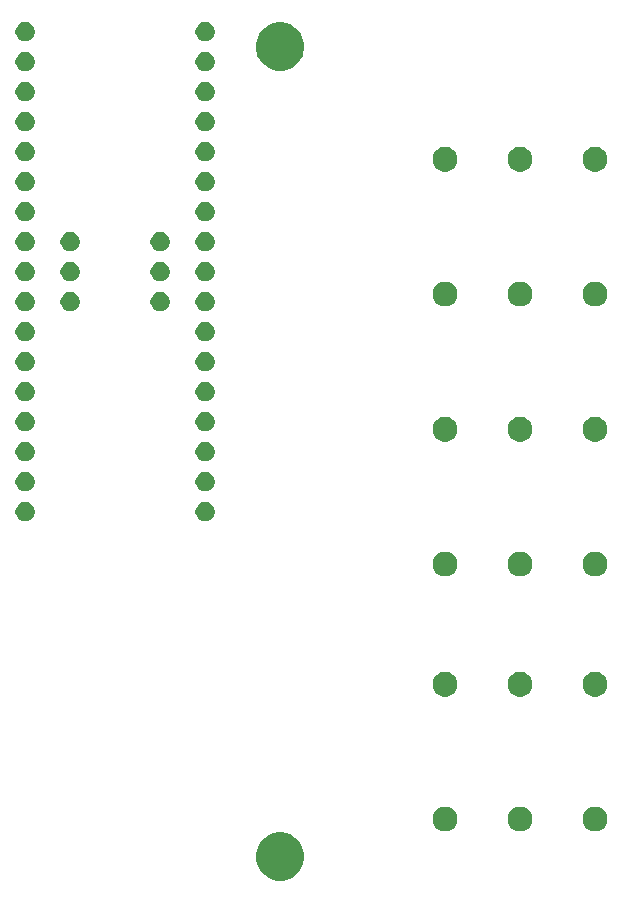
<source format=gbr>
G04 #@! TF.GenerationSoftware,KiCad,Pcbnew,5.1.5-52549c5~84~ubuntu18.04.1*
G04 #@! TF.CreationDate,2019-12-02T06:11:53-05:00*
G04 #@! TF.ProjectId,pedal-controller,70656461-6c2d-4636-9f6e-74726f6c6c65,rev?*
G04 #@! TF.SameCoordinates,Original*
G04 #@! TF.FileFunction,Soldermask,Top*
G04 #@! TF.FilePolarity,Negative*
%FSLAX46Y46*%
G04 Gerber Fmt 4.6, Leading zero omitted, Abs format (unit mm)*
G04 Created by KiCad (PCBNEW 5.1.5-52549c5~84~ubuntu18.04.1) date 2019-12-02 06:11:53*
%MOMM*%
%LPD*%
G04 APERTURE LIST*
%ADD10C,0.100000*%
G04 APERTURE END LIST*
D10*
G36*
X145378254Y-126297818D02*
G01*
X145751511Y-126452426D01*
X145751513Y-126452427D01*
X146087436Y-126676884D01*
X146373116Y-126962564D01*
X146597574Y-127298489D01*
X146752182Y-127671746D01*
X146831000Y-128067993D01*
X146831000Y-128472007D01*
X146752182Y-128868254D01*
X146597574Y-129241511D01*
X146597573Y-129241513D01*
X146373116Y-129577436D01*
X146087436Y-129863116D01*
X145751513Y-130087573D01*
X145751512Y-130087574D01*
X145751511Y-130087574D01*
X145378254Y-130242182D01*
X144982007Y-130321000D01*
X144577993Y-130321000D01*
X144181746Y-130242182D01*
X143808489Y-130087574D01*
X143808488Y-130087574D01*
X143808487Y-130087573D01*
X143472564Y-129863116D01*
X143186884Y-129577436D01*
X142962427Y-129241513D01*
X142962426Y-129241511D01*
X142807818Y-128868254D01*
X142729000Y-128472007D01*
X142729000Y-128067993D01*
X142807818Y-127671746D01*
X142962426Y-127298489D01*
X143186884Y-126962564D01*
X143472564Y-126676884D01*
X143808487Y-126452427D01*
X143808489Y-126452426D01*
X144181746Y-126297818D01*
X144577993Y-126219000D01*
X144982007Y-126219000D01*
X145378254Y-126297818D01*
G37*
G36*
X171756564Y-124069389D02*
G01*
X171947833Y-124148615D01*
X171947835Y-124148616D01*
X172119973Y-124263635D01*
X172266365Y-124410027D01*
X172381385Y-124582167D01*
X172460611Y-124773436D01*
X172501000Y-124976484D01*
X172501000Y-125183516D01*
X172460611Y-125386564D01*
X172381385Y-125577833D01*
X172381384Y-125577835D01*
X172266365Y-125749973D01*
X172119973Y-125896365D01*
X171947835Y-126011384D01*
X171947834Y-126011385D01*
X171947833Y-126011385D01*
X171756564Y-126090611D01*
X171553516Y-126131000D01*
X171346484Y-126131000D01*
X171143436Y-126090611D01*
X170952167Y-126011385D01*
X170952166Y-126011385D01*
X170952165Y-126011384D01*
X170780027Y-125896365D01*
X170633635Y-125749973D01*
X170518616Y-125577835D01*
X170518615Y-125577833D01*
X170439389Y-125386564D01*
X170399000Y-125183516D01*
X170399000Y-124976484D01*
X170439389Y-124773436D01*
X170518615Y-124582167D01*
X170633635Y-124410027D01*
X170780027Y-124263635D01*
X170952165Y-124148616D01*
X170952167Y-124148615D01*
X171143436Y-124069389D01*
X171346484Y-124029000D01*
X171553516Y-124029000D01*
X171756564Y-124069389D01*
G37*
G36*
X165406564Y-124069389D02*
G01*
X165597833Y-124148615D01*
X165597835Y-124148616D01*
X165769973Y-124263635D01*
X165916365Y-124410027D01*
X166031385Y-124582167D01*
X166110611Y-124773436D01*
X166151000Y-124976484D01*
X166151000Y-125183516D01*
X166110611Y-125386564D01*
X166031385Y-125577833D01*
X166031384Y-125577835D01*
X165916365Y-125749973D01*
X165769973Y-125896365D01*
X165597835Y-126011384D01*
X165597834Y-126011385D01*
X165597833Y-126011385D01*
X165406564Y-126090611D01*
X165203516Y-126131000D01*
X164996484Y-126131000D01*
X164793436Y-126090611D01*
X164602167Y-126011385D01*
X164602166Y-126011385D01*
X164602165Y-126011384D01*
X164430027Y-125896365D01*
X164283635Y-125749973D01*
X164168616Y-125577835D01*
X164168615Y-125577833D01*
X164089389Y-125386564D01*
X164049000Y-125183516D01*
X164049000Y-124976484D01*
X164089389Y-124773436D01*
X164168615Y-124582167D01*
X164283635Y-124410027D01*
X164430027Y-124263635D01*
X164602165Y-124148616D01*
X164602167Y-124148615D01*
X164793436Y-124069389D01*
X164996484Y-124029000D01*
X165203516Y-124029000D01*
X165406564Y-124069389D01*
G37*
G36*
X159056564Y-124069389D02*
G01*
X159247833Y-124148615D01*
X159247835Y-124148616D01*
X159419973Y-124263635D01*
X159566365Y-124410027D01*
X159681385Y-124582167D01*
X159760611Y-124773436D01*
X159801000Y-124976484D01*
X159801000Y-125183516D01*
X159760611Y-125386564D01*
X159681385Y-125577833D01*
X159681384Y-125577835D01*
X159566365Y-125749973D01*
X159419973Y-125896365D01*
X159247835Y-126011384D01*
X159247834Y-126011385D01*
X159247833Y-126011385D01*
X159056564Y-126090611D01*
X158853516Y-126131000D01*
X158646484Y-126131000D01*
X158443436Y-126090611D01*
X158252167Y-126011385D01*
X158252166Y-126011385D01*
X158252165Y-126011384D01*
X158080027Y-125896365D01*
X157933635Y-125749973D01*
X157818616Y-125577835D01*
X157818615Y-125577833D01*
X157739389Y-125386564D01*
X157699000Y-125183516D01*
X157699000Y-124976484D01*
X157739389Y-124773436D01*
X157818615Y-124582167D01*
X157933635Y-124410027D01*
X158080027Y-124263635D01*
X158252165Y-124148616D01*
X158252167Y-124148615D01*
X158443436Y-124069389D01*
X158646484Y-124029000D01*
X158853516Y-124029000D01*
X159056564Y-124069389D01*
G37*
G36*
X165406564Y-112669389D02*
G01*
X165597833Y-112748615D01*
X165597835Y-112748616D01*
X165769973Y-112863635D01*
X165916365Y-113010027D01*
X166031385Y-113182167D01*
X166110611Y-113373436D01*
X166151000Y-113576484D01*
X166151000Y-113783516D01*
X166110611Y-113986564D01*
X166031385Y-114177833D01*
X166031384Y-114177835D01*
X165916365Y-114349973D01*
X165769973Y-114496365D01*
X165597835Y-114611384D01*
X165597834Y-114611385D01*
X165597833Y-114611385D01*
X165406564Y-114690611D01*
X165203516Y-114731000D01*
X164996484Y-114731000D01*
X164793436Y-114690611D01*
X164602167Y-114611385D01*
X164602166Y-114611385D01*
X164602165Y-114611384D01*
X164430027Y-114496365D01*
X164283635Y-114349973D01*
X164168616Y-114177835D01*
X164168615Y-114177833D01*
X164089389Y-113986564D01*
X164049000Y-113783516D01*
X164049000Y-113576484D01*
X164089389Y-113373436D01*
X164168615Y-113182167D01*
X164283635Y-113010027D01*
X164430027Y-112863635D01*
X164602165Y-112748616D01*
X164602167Y-112748615D01*
X164793436Y-112669389D01*
X164996484Y-112629000D01*
X165203516Y-112629000D01*
X165406564Y-112669389D01*
G37*
G36*
X171756564Y-112669389D02*
G01*
X171947833Y-112748615D01*
X171947835Y-112748616D01*
X172119973Y-112863635D01*
X172266365Y-113010027D01*
X172381385Y-113182167D01*
X172460611Y-113373436D01*
X172501000Y-113576484D01*
X172501000Y-113783516D01*
X172460611Y-113986564D01*
X172381385Y-114177833D01*
X172381384Y-114177835D01*
X172266365Y-114349973D01*
X172119973Y-114496365D01*
X171947835Y-114611384D01*
X171947834Y-114611385D01*
X171947833Y-114611385D01*
X171756564Y-114690611D01*
X171553516Y-114731000D01*
X171346484Y-114731000D01*
X171143436Y-114690611D01*
X170952167Y-114611385D01*
X170952166Y-114611385D01*
X170952165Y-114611384D01*
X170780027Y-114496365D01*
X170633635Y-114349973D01*
X170518616Y-114177835D01*
X170518615Y-114177833D01*
X170439389Y-113986564D01*
X170399000Y-113783516D01*
X170399000Y-113576484D01*
X170439389Y-113373436D01*
X170518615Y-113182167D01*
X170633635Y-113010027D01*
X170780027Y-112863635D01*
X170952165Y-112748616D01*
X170952167Y-112748615D01*
X171143436Y-112669389D01*
X171346484Y-112629000D01*
X171553516Y-112629000D01*
X171756564Y-112669389D01*
G37*
G36*
X159056564Y-112669389D02*
G01*
X159247833Y-112748615D01*
X159247835Y-112748616D01*
X159419973Y-112863635D01*
X159566365Y-113010027D01*
X159681385Y-113182167D01*
X159760611Y-113373436D01*
X159801000Y-113576484D01*
X159801000Y-113783516D01*
X159760611Y-113986564D01*
X159681385Y-114177833D01*
X159681384Y-114177835D01*
X159566365Y-114349973D01*
X159419973Y-114496365D01*
X159247835Y-114611384D01*
X159247834Y-114611385D01*
X159247833Y-114611385D01*
X159056564Y-114690611D01*
X158853516Y-114731000D01*
X158646484Y-114731000D01*
X158443436Y-114690611D01*
X158252167Y-114611385D01*
X158252166Y-114611385D01*
X158252165Y-114611384D01*
X158080027Y-114496365D01*
X157933635Y-114349973D01*
X157818616Y-114177835D01*
X157818615Y-114177833D01*
X157739389Y-113986564D01*
X157699000Y-113783516D01*
X157699000Y-113576484D01*
X157739389Y-113373436D01*
X157818615Y-113182167D01*
X157933635Y-113010027D01*
X158080027Y-112863635D01*
X158252165Y-112748616D01*
X158252167Y-112748615D01*
X158443436Y-112669389D01*
X158646484Y-112629000D01*
X158853516Y-112629000D01*
X159056564Y-112669389D01*
G37*
G36*
X159056564Y-102479389D02*
G01*
X159247833Y-102558615D01*
X159247835Y-102558616D01*
X159419973Y-102673635D01*
X159566365Y-102820027D01*
X159681385Y-102992167D01*
X159760611Y-103183436D01*
X159801000Y-103386484D01*
X159801000Y-103593516D01*
X159760611Y-103796564D01*
X159681385Y-103987833D01*
X159681384Y-103987835D01*
X159566365Y-104159973D01*
X159419973Y-104306365D01*
X159247835Y-104421384D01*
X159247834Y-104421385D01*
X159247833Y-104421385D01*
X159056564Y-104500611D01*
X158853516Y-104541000D01*
X158646484Y-104541000D01*
X158443436Y-104500611D01*
X158252167Y-104421385D01*
X158252166Y-104421385D01*
X158252165Y-104421384D01*
X158080027Y-104306365D01*
X157933635Y-104159973D01*
X157818616Y-103987835D01*
X157818615Y-103987833D01*
X157739389Y-103796564D01*
X157699000Y-103593516D01*
X157699000Y-103386484D01*
X157739389Y-103183436D01*
X157818615Y-102992167D01*
X157933635Y-102820027D01*
X158080027Y-102673635D01*
X158252165Y-102558616D01*
X158252167Y-102558615D01*
X158443436Y-102479389D01*
X158646484Y-102439000D01*
X158853516Y-102439000D01*
X159056564Y-102479389D01*
G37*
G36*
X165406564Y-102479389D02*
G01*
X165597833Y-102558615D01*
X165597835Y-102558616D01*
X165769973Y-102673635D01*
X165916365Y-102820027D01*
X166031385Y-102992167D01*
X166110611Y-103183436D01*
X166151000Y-103386484D01*
X166151000Y-103593516D01*
X166110611Y-103796564D01*
X166031385Y-103987833D01*
X166031384Y-103987835D01*
X165916365Y-104159973D01*
X165769973Y-104306365D01*
X165597835Y-104421384D01*
X165597834Y-104421385D01*
X165597833Y-104421385D01*
X165406564Y-104500611D01*
X165203516Y-104541000D01*
X164996484Y-104541000D01*
X164793436Y-104500611D01*
X164602167Y-104421385D01*
X164602166Y-104421385D01*
X164602165Y-104421384D01*
X164430027Y-104306365D01*
X164283635Y-104159973D01*
X164168616Y-103987835D01*
X164168615Y-103987833D01*
X164089389Y-103796564D01*
X164049000Y-103593516D01*
X164049000Y-103386484D01*
X164089389Y-103183436D01*
X164168615Y-102992167D01*
X164283635Y-102820027D01*
X164430027Y-102673635D01*
X164602165Y-102558616D01*
X164602167Y-102558615D01*
X164793436Y-102479389D01*
X164996484Y-102439000D01*
X165203516Y-102439000D01*
X165406564Y-102479389D01*
G37*
G36*
X171756564Y-102479389D02*
G01*
X171947833Y-102558615D01*
X171947835Y-102558616D01*
X172119973Y-102673635D01*
X172266365Y-102820027D01*
X172381385Y-102992167D01*
X172460611Y-103183436D01*
X172501000Y-103386484D01*
X172501000Y-103593516D01*
X172460611Y-103796564D01*
X172381385Y-103987833D01*
X172381384Y-103987835D01*
X172266365Y-104159973D01*
X172119973Y-104306365D01*
X171947835Y-104421384D01*
X171947834Y-104421385D01*
X171947833Y-104421385D01*
X171756564Y-104500611D01*
X171553516Y-104541000D01*
X171346484Y-104541000D01*
X171143436Y-104500611D01*
X170952167Y-104421385D01*
X170952166Y-104421385D01*
X170952165Y-104421384D01*
X170780027Y-104306365D01*
X170633635Y-104159973D01*
X170518616Y-103987835D01*
X170518615Y-103987833D01*
X170439389Y-103796564D01*
X170399000Y-103593516D01*
X170399000Y-103386484D01*
X170439389Y-103183436D01*
X170518615Y-102992167D01*
X170633635Y-102820027D01*
X170780027Y-102673635D01*
X170952165Y-102558616D01*
X170952167Y-102558615D01*
X171143436Y-102479389D01*
X171346484Y-102439000D01*
X171553516Y-102439000D01*
X171756564Y-102479389D01*
G37*
G36*
X123427142Y-98278242D02*
G01*
X123575101Y-98339529D01*
X123708255Y-98428499D01*
X123821501Y-98541745D01*
X123910471Y-98674899D01*
X123971758Y-98822858D01*
X124003000Y-98979925D01*
X124003000Y-99140075D01*
X123971758Y-99297142D01*
X123910471Y-99445101D01*
X123821501Y-99578255D01*
X123708255Y-99691501D01*
X123575101Y-99780471D01*
X123427142Y-99841758D01*
X123270075Y-99873000D01*
X123109925Y-99873000D01*
X122952858Y-99841758D01*
X122804899Y-99780471D01*
X122671745Y-99691501D01*
X122558499Y-99578255D01*
X122469529Y-99445101D01*
X122408242Y-99297142D01*
X122377000Y-99140075D01*
X122377000Y-98979925D01*
X122408242Y-98822858D01*
X122469529Y-98674899D01*
X122558499Y-98541745D01*
X122671745Y-98428499D01*
X122804899Y-98339529D01*
X122952858Y-98278242D01*
X123109925Y-98247000D01*
X123270075Y-98247000D01*
X123427142Y-98278242D01*
G37*
G36*
X138667142Y-98278242D02*
G01*
X138815101Y-98339529D01*
X138948255Y-98428499D01*
X139061501Y-98541745D01*
X139150471Y-98674899D01*
X139211758Y-98822858D01*
X139243000Y-98979925D01*
X139243000Y-99140075D01*
X139211758Y-99297142D01*
X139150471Y-99445101D01*
X139061501Y-99578255D01*
X138948255Y-99691501D01*
X138815101Y-99780471D01*
X138667142Y-99841758D01*
X138510075Y-99873000D01*
X138349925Y-99873000D01*
X138192858Y-99841758D01*
X138044899Y-99780471D01*
X137911745Y-99691501D01*
X137798499Y-99578255D01*
X137709529Y-99445101D01*
X137648242Y-99297142D01*
X137617000Y-99140075D01*
X137617000Y-98979925D01*
X137648242Y-98822858D01*
X137709529Y-98674899D01*
X137798499Y-98541745D01*
X137911745Y-98428499D01*
X138044899Y-98339529D01*
X138192858Y-98278242D01*
X138349925Y-98247000D01*
X138510075Y-98247000D01*
X138667142Y-98278242D01*
G37*
G36*
X138667142Y-95738242D02*
G01*
X138815101Y-95799529D01*
X138948255Y-95888499D01*
X139061501Y-96001745D01*
X139150471Y-96134899D01*
X139211758Y-96282858D01*
X139243000Y-96439925D01*
X139243000Y-96600075D01*
X139211758Y-96757142D01*
X139150471Y-96905101D01*
X139061501Y-97038255D01*
X138948255Y-97151501D01*
X138815101Y-97240471D01*
X138667142Y-97301758D01*
X138510075Y-97333000D01*
X138349925Y-97333000D01*
X138192858Y-97301758D01*
X138044899Y-97240471D01*
X137911745Y-97151501D01*
X137798499Y-97038255D01*
X137709529Y-96905101D01*
X137648242Y-96757142D01*
X137617000Y-96600075D01*
X137617000Y-96439925D01*
X137648242Y-96282858D01*
X137709529Y-96134899D01*
X137798499Y-96001745D01*
X137911745Y-95888499D01*
X138044899Y-95799529D01*
X138192858Y-95738242D01*
X138349925Y-95707000D01*
X138510075Y-95707000D01*
X138667142Y-95738242D01*
G37*
G36*
X123427142Y-95738242D02*
G01*
X123575101Y-95799529D01*
X123708255Y-95888499D01*
X123821501Y-96001745D01*
X123910471Y-96134899D01*
X123971758Y-96282858D01*
X124003000Y-96439925D01*
X124003000Y-96600075D01*
X123971758Y-96757142D01*
X123910471Y-96905101D01*
X123821501Y-97038255D01*
X123708255Y-97151501D01*
X123575101Y-97240471D01*
X123427142Y-97301758D01*
X123270075Y-97333000D01*
X123109925Y-97333000D01*
X122952858Y-97301758D01*
X122804899Y-97240471D01*
X122671745Y-97151501D01*
X122558499Y-97038255D01*
X122469529Y-96905101D01*
X122408242Y-96757142D01*
X122377000Y-96600075D01*
X122377000Y-96439925D01*
X122408242Y-96282858D01*
X122469529Y-96134899D01*
X122558499Y-96001745D01*
X122671745Y-95888499D01*
X122804899Y-95799529D01*
X122952858Y-95738242D01*
X123109925Y-95707000D01*
X123270075Y-95707000D01*
X123427142Y-95738242D01*
G37*
G36*
X138667142Y-93198242D02*
G01*
X138815101Y-93259529D01*
X138948255Y-93348499D01*
X139061501Y-93461745D01*
X139150471Y-93594899D01*
X139211758Y-93742858D01*
X139243000Y-93899925D01*
X139243000Y-94060075D01*
X139211758Y-94217142D01*
X139150471Y-94365101D01*
X139061501Y-94498255D01*
X138948255Y-94611501D01*
X138815101Y-94700471D01*
X138667142Y-94761758D01*
X138510075Y-94793000D01*
X138349925Y-94793000D01*
X138192858Y-94761758D01*
X138044899Y-94700471D01*
X137911745Y-94611501D01*
X137798499Y-94498255D01*
X137709529Y-94365101D01*
X137648242Y-94217142D01*
X137617000Y-94060075D01*
X137617000Y-93899925D01*
X137648242Y-93742858D01*
X137709529Y-93594899D01*
X137798499Y-93461745D01*
X137911745Y-93348499D01*
X138044899Y-93259529D01*
X138192858Y-93198242D01*
X138349925Y-93167000D01*
X138510075Y-93167000D01*
X138667142Y-93198242D01*
G37*
G36*
X123427142Y-93198242D02*
G01*
X123575101Y-93259529D01*
X123708255Y-93348499D01*
X123821501Y-93461745D01*
X123910471Y-93594899D01*
X123971758Y-93742858D01*
X124003000Y-93899925D01*
X124003000Y-94060075D01*
X123971758Y-94217142D01*
X123910471Y-94365101D01*
X123821501Y-94498255D01*
X123708255Y-94611501D01*
X123575101Y-94700471D01*
X123427142Y-94761758D01*
X123270075Y-94793000D01*
X123109925Y-94793000D01*
X122952858Y-94761758D01*
X122804899Y-94700471D01*
X122671745Y-94611501D01*
X122558499Y-94498255D01*
X122469529Y-94365101D01*
X122408242Y-94217142D01*
X122377000Y-94060075D01*
X122377000Y-93899925D01*
X122408242Y-93742858D01*
X122469529Y-93594899D01*
X122558499Y-93461745D01*
X122671745Y-93348499D01*
X122804899Y-93259529D01*
X122952858Y-93198242D01*
X123109925Y-93167000D01*
X123270075Y-93167000D01*
X123427142Y-93198242D01*
G37*
G36*
X165406564Y-91079389D02*
G01*
X165597833Y-91158615D01*
X165597835Y-91158616D01*
X165769973Y-91273635D01*
X165916365Y-91420027D01*
X166031385Y-91592167D01*
X166110611Y-91783436D01*
X166151000Y-91986484D01*
X166151000Y-92193516D01*
X166110611Y-92396564D01*
X166031385Y-92587833D01*
X166031384Y-92587835D01*
X165916365Y-92759973D01*
X165769973Y-92906365D01*
X165597835Y-93021384D01*
X165597834Y-93021385D01*
X165597833Y-93021385D01*
X165406564Y-93100611D01*
X165203516Y-93141000D01*
X164996484Y-93141000D01*
X164793436Y-93100611D01*
X164602167Y-93021385D01*
X164602166Y-93021385D01*
X164602165Y-93021384D01*
X164430027Y-92906365D01*
X164283635Y-92759973D01*
X164168616Y-92587835D01*
X164168615Y-92587833D01*
X164089389Y-92396564D01*
X164049000Y-92193516D01*
X164049000Y-91986484D01*
X164089389Y-91783436D01*
X164168615Y-91592167D01*
X164283635Y-91420027D01*
X164430027Y-91273635D01*
X164602165Y-91158616D01*
X164602167Y-91158615D01*
X164793436Y-91079389D01*
X164996484Y-91039000D01*
X165203516Y-91039000D01*
X165406564Y-91079389D01*
G37*
G36*
X171756564Y-91079389D02*
G01*
X171947833Y-91158615D01*
X171947835Y-91158616D01*
X172119973Y-91273635D01*
X172266365Y-91420027D01*
X172381385Y-91592167D01*
X172460611Y-91783436D01*
X172501000Y-91986484D01*
X172501000Y-92193516D01*
X172460611Y-92396564D01*
X172381385Y-92587833D01*
X172381384Y-92587835D01*
X172266365Y-92759973D01*
X172119973Y-92906365D01*
X171947835Y-93021384D01*
X171947834Y-93021385D01*
X171947833Y-93021385D01*
X171756564Y-93100611D01*
X171553516Y-93141000D01*
X171346484Y-93141000D01*
X171143436Y-93100611D01*
X170952167Y-93021385D01*
X170952166Y-93021385D01*
X170952165Y-93021384D01*
X170780027Y-92906365D01*
X170633635Y-92759973D01*
X170518616Y-92587835D01*
X170518615Y-92587833D01*
X170439389Y-92396564D01*
X170399000Y-92193516D01*
X170399000Y-91986484D01*
X170439389Y-91783436D01*
X170518615Y-91592167D01*
X170633635Y-91420027D01*
X170780027Y-91273635D01*
X170952165Y-91158616D01*
X170952167Y-91158615D01*
X171143436Y-91079389D01*
X171346484Y-91039000D01*
X171553516Y-91039000D01*
X171756564Y-91079389D01*
G37*
G36*
X159056564Y-91079389D02*
G01*
X159247833Y-91158615D01*
X159247835Y-91158616D01*
X159419973Y-91273635D01*
X159566365Y-91420027D01*
X159681385Y-91592167D01*
X159760611Y-91783436D01*
X159801000Y-91986484D01*
X159801000Y-92193516D01*
X159760611Y-92396564D01*
X159681385Y-92587833D01*
X159681384Y-92587835D01*
X159566365Y-92759973D01*
X159419973Y-92906365D01*
X159247835Y-93021384D01*
X159247834Y-93021385D01*
X159247833Y-93021385D01*
X159056564Y-93100611D01*
X158853516Y-93141000D01*
X158646484Y-93141000D01*
X158443436Y-93100611D01*
X158252167Y-93021385D01*
X158252166Y-93021385D01*
X158252165Y-93021384D01*
X158080027Y-92906365D01*
X157933635Y-92759973D01*
X157818616Y-92587835D01*
X157818615Y-92587833D01*
X157739389Y-92396564D01*
X157699000Y-92193516D01*
X157699000Y-91986484D01*
X157739389Y-91783436D01*
X157818615Y-91592167D01*
X157933635Y-91420027D01*
X158080027Y-91273635D01*
X158252165Y-91158616D01*
X158252167Y-91158615D01*
X158443436Y-91079389D01*
X158646484Y-91039000D01*
X158853516Y-91039000D01*
X159056564Y-91079389D01*
G37*
G36*
X123427142Y-90658242D02*
G01*
X123575101Y-90719529D01*
X123708255Y-90808499D01*
X123821501Y-90921745D01*
X123910471Y-91054899D01*
X123971758Y-91202858D01*
X124003000Y-91359925D01*
X124003000Y-91520075D01*
X123971758Y-91677142D01*
X123910471Y-91825101D01*
X123821501Y-91958255D01*
X123708255Y-92071501D01*
X123575101Y-92160471D01*
X123427142Y-92221758D01*
X123270075Y-92253000D01*
X123109925Y-92253000D01*
X122952858Y-92221758D01*
X122804899Y-92160471D01*
X122671745Y-92071501D01*
X122558499Y-91958255D01*
X122469529Y-91825101D01*
X122408242Y-91677142D01*
X122377000Y-91520075D01*
X122377000Y-91359925D01*
X122408242Y-91202858D01*
X122469529Y-91054899D01*
X122558499Y-90921745D01*
X122671745Y-90808499D01*
X122804899Y-90719529D01*
X122952858Y-90658242D01*
X123109925Y-90627000D01*
X123270075Y-90627000D01*
X123427142Y-90658242D01*
G37*
G36*
X138667142Y-90658242D02*
G01*
X138815101Y-90719529D01*
X138948255Y-90808499D01*
X139061501Y-90921745D01*
X139150471Y-91054899D01*
X139211758Y-91202858D01*
X139243000Y-91359925D01*
X139243000Y-91520075D01*
X139211758Y-91677142D01*
X139150471Y-91825101D01*
X139061501Y-91958255D01*
X138948255Y-92071501D01*
X138815101Y-92160471D01*
X138667142Y-92221758D01*
X138510075Y-92253000D01*
X138349925Y-92253000D01*
X138192858Y-92221758D01*
X138044899Y-92160471D01*
X137911745Y-92071501D01*
X137798499Y-91958255D01*
X137709529Y-91825101D01*
X137648242Y-91677142D01*
X137617000Y-91520075D01*
X137617000Y-91359925D01*
X137648242Y-91202858D01*
X137709529Y-91054899D01*
X137798499Y-90921745D01*
X137911745Y-90808499D01*
X138044899Y-90719529D01*
X138192858Y-90658242D01*
X138349925Y-90627000D01*
X138510075Y-90627000D01*
X138667142Y-90658242D01*
G37*
G36*
X123427142Y-88118242D02*
G01*
X123575101Y-88179529D01*
X123708255Y-88268499D01*
X123821501Y-88381745D01*
X123910471Y-88514899D01*
X123971758Y-88662858D01*
X124003000Y-88819925D01*
X124003000Y-88980075D01*
X123971758Y-89137142D01*
X123910471Y-89285101D01*
X123821501Y-89418255D01*
X123708255Y-89531501D01*
X123575101Y-89620471D01*
X123427142Y-89681758D01*
X123270075Y-89713000D01*
X123109925Y-89713000D01*
X122952858Y-89681758D01*
X122804899Y-89620471D01*
X122671745Y-89531501D01*
X122558499Y-89418255D01*
X122469529Y-89285101D01*
X122408242Y-89137142D01*
X122377000Y-88980075D01*
X122377000Y-88819925D01*
X122408242Y-88662858D01*
X122469529Y-88514899D01*
X122558499Y-88381745D01*
X122671745Y-88268499D01*
X122804899Y-88179529D01*
X122952858Y-88118242D01*
X123109925Y-88087000D01*
X123270075Y-88087000D01*
X123427142Y-88118242D01*
G37*
G36*
X138667142Y-88118242D02*
G01*
X138815101Y-88179529D01*
X138948255Y-88268499D01*
X139061501Y-88381745D01*
X139150471Y-88514899D01*
X139211758Y-88662858D01*
X139243000Y-88819925D01*
X139243000Y-88980075D01*
X139211758Y-89137142D01*
X139150471Y-89285101D01*
X139061501Y-89418255D01*
X138948255Y-89531501D01*
X138815101Y-89620471D01*
X138667142Y-89681758D01*
X138510075Y-89713000D01*
X138349925Y-89713000D01*
X138192858Y-89681758D01*
X138044899Y-89620471D01*
X137911745Y-89531501D01*
X137798499Y-89418255D01*
X137709529Y-89285101D01*
X137648242Y-89137142D01*
X137617000Y-88980075D01*
X137617000Y-88819925D01*
X137648242Y-88662858D01*
X137709529Y-88514899D01*
X137798499Y-88381745D01*
X137911745Y-88268499D01*
X138044899Y-88179529D01*
X138192858Y-88118242D01*
X138349925Y-88087000D01*
X138510075Y-88087000D01*
X138667142Y-88118242D01*
G37*
G36*
X123427142Y-85578242D02*
G01*
X123575101Y-85639529D01*
X123708255Y-85728499D01*
X123821501Y-85841745D01*
X123910471Y-85974899D01*
X123971758Y-86122858D01*
X124003000Y-86279925D01*
X124003000Y-86440075D01*
X123971758Y-86597142D01*
X123910471Y-86745101D01*
X123821501Y-86878255D01*
X123708255Y-86991501D01*
X123575101Y-87080471D01*
X123427142Y-87141758D01*
X123270075Y-87173000D01*
X123109925Y-87173000D01*
X122952858Y-87141758D01*
X122804899Y-87080471D01*
X122671745Y-86991501D01*
X122558499Y-86878255D01*
X122469529Y-86745101D01*
X122408242Y-86597142D01*
X122377000Y-86440075D01*
X122377000Y-86279925D01*
X122408242Y-86122858D01*
X122469529Y-85974899D01*
X122558499Y-85841745D01*
X122671745Y-85728499D01*
X122804899Y-85639529D01*
X122952858Y-85578242D01*
X123109925Y-85547000D01*
X123270075Y-85547000D01*
X123427142Y-85578242D01*
G37*
G36*
X138667142Y-85578242D02*
G01*
X138815101Y-85639529D01*
X138948255Y-85728499D01*
X139061501Y-85841745D01*
X139150471Y-85974899D01*
X139211758Y-86122858D01*
X139243000Y-86279925D01*
X139243000Y-86440075D01*
X139211758Y-86597142D01*
X139150471Y-86745101D01*
X139061501Y-86878255D01*
X138948255Y-86991501D01*
X138815101Y-87080471D01*
X138667142Y-87141758D01*
X138510075Y-87173000D01*
X138349925Y-87173000D01*
X138192858Y-87141758D01*
X138044899Y-87080471D01*
X137911745Y-86991501D01*
X137798499Y-86878255D01*
X137709529Y-86745101D01*
X137648242Y-86597142D01*
X137617000Y-86440075D01*
X137617000Y-86279925D01*
X137648242Y-86122858D01*
X137709529Y-85974899D01*
X137798499Y-85841745D01*
X137911745Y-85728499D01*
X138044899Y-85639529D01*
X138192858Y-85578242D01*
X138349925Y-85547000D01*
X138510075Y-85547000D01*
X138667142Y-85578242D01*
G37*
G36*
X138667142Y-83038242D02*
G01*
X138815101Y-83099529D01*
X138948255Y-83188499D01*
X139061501Y-83301745D01*
X139150471Y-83434899D01*
X139211758Y-83582858D01*
X139243000Y-83739925D01*
X139243000Y-83900075D01*
X139211758Y-84057142D01*
X139150471Y-84205101D01*
X139061501Y-84338255D01*
X138948255Y-84451501D01*
X138815101Y-84540471D01*
X138667142Y-84601758D01*
X138510075Y-84633000D01*
X138349925Y-84633000D01*
X138192858Y-84601758D01*
X138044899Y-84540471D01*
X137911745Y-84451501D01*
X137798499Y-84338255D01*
X137709529Y-84205101D01*
X137648242Y-84057142D01*
X137617000Y-83900075D01*
X137617000Y-83739925D01*
X137648242Y-83582858D01*
X137709529Y-83434899D01*
X137798499Y-83301745D01*
X137911745Y-83188499D01*
X138044899Y-83099529D01*
X138192858Y-83038242D01*
X138349925Y-83007000D01*
X138510075Y-83007000D01*
X138667142Y-83038242D01*
G37*
G36*
X123427142Y-83038242D02*
G01*
X123575101Y-83099529D01*
X123708255Y-83188499D01*
X123821501Y-83301745D01*
X123910471Y-83434899D01*
X123971758Y-83582858D01*
X124003000Y-83739925D01*
X124003000Y-83900075D01*
X123971758Y-84057142D01*
X123910471Y-84205101D01*
X123821501Y-84338255D01*
X123708255Y-84451501D01*
X123575101Y-84540471D01*
X123427142Y-84601758D01*
X123270075Y-84633000D01*
X123109925Y-84633000D01*
X122952858Y-84601758D01*
X122804899Y-84540471D01*
X122671745Y-84451501D01*
X122558499Y-84338255D01*
X122469529Y-84205101D01*
X122408242Y-84057142D01*
X122377000Y-83900075D01*
X122377000Y-83739925D01*
X122408242Y-83582858D01*
X122469529Y-83434899D01*
X122558499Y-83301745D01*
X122671745Y-83188499D01*
X122804899Y-83099529D01*
X122952858Y-83038242D01*
X123109925Y-83007000D01*
X123270075Y-83007000D01*
X123427142Y-83038242D01*
G37*
G36*
X134857142Y-80498242D02*
G01*
X135005101Y-80559529D01*
X135138255Y-80648499D01*
X135251501Y-80761745D01*
X135340471Y-80894899D01*
X135401758Y-81042858D01*
X135433000Y-81199925D01*
X135433000Y-81360075D01*
X135401758Y-81517142D01*
X135340471Y-81665101D01*
X135251501Y-81798255D01*
X135138255Y-81911501D01*
X135005101Y-82000471D01*
X134857142Y-82061758D01*
X134700075Y-82093000D01*
X134539925Y-82093000D01*
X134382858Y-82061758D01*
X134234899Y-82000471D01*
X134101745Y-81911501D01*
X133988499Y-81798255D01*
X133899529Y-81665101D01*
X133838242Y-81517142D01*
X133807000Y-81360075D01*
X133807000Y-81199925D01*
X133838242Y-81042858D01*
X133899529Y-80894899D01*
X133988499Y-80761745D01*
X134101745Y-80648499D01*
X134234899Y-80559529D01*
X134382858Y-80498242D01*
X134539925Y-80467000D01*
X134700075Y-80467000D01*
X134857142Y-80498242D01*
G37*
G36*
X127237142Y-80498242D02*
G01*
X127385101Y-80559529D01*
X127518255Y-80648499D01*
X127631501Y-80761745D01*
X127720471Y-80894899D01*
X127781758Y-81042858D01*
X127813000Y-81199925D01*
X127813000Y-81360075D01*
X127781758Y-81517142D01*
X127720471Y-81665101D01*
X127631501Y-81798255D01*
X127518255Y-81911501D01*
X127385101Y-82000471D01*
X127237142Y-82061758D01*
X127080075Y-82093000D01*
X126919925Y-82093000D01*
X126762858Y-82061758D01*
X126614899Y-82000471D01*
X126481745Y-81911501D01*
X126368499Y-81798255D01*
X126279529Y-81665101D01*
X126218242Y-81517142D01*
X126187000Y-81360075D01*
X126187000Y-81199925D01*
X126218242Y-81042858D01*
X126279529Y-80894899D01*
X126368499Y-80761745D01*
X126481745Y-80648499D01*
X126614899Y-80559529D01*
X126762858Y-80498242D01*
X126919925Y-80467000D01*
X127080075Y-80467000D01*
X127237142Y-80498242D01*
G37*
G36*
X138667142Y-80498242D02*
G01*
X138815101Y-80559529D01*
X138948255Y-80648499D01*
X139061501Y-80761745D01*
X139150471Y-80894899D01*
X139211758Y-81042858D01*
X139243000Y-81199925D01*
X139243000Y-81360075D01*
X139211758Y-81517142D01*
X139150471Y-81665101D01*
X139061501Y-81798255D01*
X138948255Y-81911501D01*
X138815101Y-82000471D01*
X138667142Y-82061758D01*
X138510075Y-82093000D01*
X138349925Y-82093000D01*
X138192858Y-82061758D01*
X138044899Y-82000471D01*
X137911745Y-81911501D01*
X137798499Y-81798255D01*
X137709529Y-81665101D01*
X137648242Y-81517142D01*
X137617000Y-81360075D01*
X137617000Y-81199925D01*
X137648242Y-81042858D01*
X137709529Y-80894899D01*
X137798499Y-80761745D01*
X137911745Y-80648499D01*
X138044899Y-80559529D01*
X138192858Y-80498242D01*
X138349925Y-80467000D01*
X138510075Y-80467000D01*
X138667142Y-80498242D01*
G37*
G36*
X123427142Y-80498242D02*
G01*
X123575101Y-80559529D01*
X123708255Y-80648499D01*
X123821501Y-80761745D01*
X123910471Y-80894899D01*
X123971758Y-81042858D01*
X124003000Y-81199925D01*
X124003000Y-81360075D01*
X123971758Y-81517142D01*
X123910471Y-81665101D01*
X123821501Y-81798255D01*
X123708255Y-81911501D01*
X123575101Y-82000471D01*
X123427142Y-82061758D01*
X123270075Y-82093000D01*
X123109925Y-82093000D01*
X122952858Y-82061758D01*
X122804899Y-82000471D01*
X122671745Y-81911501D01*
X122558499Y-81798255D01*
X122469529Y-81665101D01*
X122408242Y-81517142D01*
X122377000Y-81360075D01*
X122377000Y-81199925D01*
X122408242Y-81042858D01*
X122469529Y-80894899D01*
X122558499Y-80761745D01*
X122671745Y-80648499D01*
X122804899Y-80559529D01*
X122952858Y-80498242D01*
X123109925Y-80467000D01*
X123270075Y-80467000D01*
X123427142Y-80498242D01*
G37*
G36*
X159056564Y-79619389D02*
G01*
X159247833Y-79698615D01*
X159247835Y-79698616D01*
X159419973Y-79813635D01*
X159566365Y-79960027D01*
X159681385Y-80132167D01*
X159760611Y-80323436D01*
X159801000Y-80526484D01*
X159801000Y-80733516D01*
X159760611Y-80936564D01*
X159681385Y-81127833D01*
X159681384Y-81127835D01*
X159566365Y-81299973D01*
X159419973Y-81446365D01*
X159247835Y-81561384D01*
X159247834Y-81561385D01*
X159247833Y-81561385D01*
X159056564Y-81640611D01*
X158853516Y-81681000D01*
X158646484Y-81681000D01*
X158443436Y-81640611D01*
X158252167Y-81561385D01*
X158252166Y-81561385D01*
X158252165Y-81561384D01*
X158080027Y-81446365D01*
X157933635Y-81299973D01*
X157818616Y-81127835D01*
X157818615Y-81127833D01*
X157739389Y-80936564D01*
X157699000Y-80733516D01*
X157699000Y-80526484D01*
X157739389Y-80323436D01*
X157818615Y-80132167D01*
X157933635Y-79960027D01*
X158080027Y-79813635D01*
X158252165Y-79698616D01*
X158252167Y-79698615D01*
X158443436Y-79619389D01*
X158646484Y-79579000D01*
X158853516Y-79579000D01*
X159056564Y-79619389D01*
G37*
G36*
X165406564Y-79619389D02*
G01*
X165597833Y-79698615D01*
X165597835Y-79698616D01*
X165769973Y-79813635D01*
X165916365Y-79960027D01*
X166031385Y-80132167D01*
X166110611Y-80323436D01*
X166151000Y-80526484D01*
X166151000Y-80733516D01*
X166110611Y-80936564D01*
X166031385Y-81127833D01*
X166031384Y-81127835D01*
X165916365Y-81299973D01*
X165769973Y-81446365D01*
X165597835Y-81561384D01*
X165597834Y-81561385D01*
X165597833Y-81561385D01*
X165406564Y-81640611D01*
X165203516Y-81681000D01*
X164996484Y-81681000D01*
X164793436Y-81640611D01*
X164602167Y-81561385D01*
X164602166Y-81561385D01*
X164602165Y-81561384D01*
X164430027Y-81446365D01*
X164283635Y-81299973D01*
X164168616Y-81127835D01*
X164168615Y-81127833D01*
X164089389Y-80936564D01*
X164049000Y-80733516D01*
X164049000Y-80526484D01*
X164089389Y-80323436D01*
X164168615Y-80132167D01*
X164283635Y-79960027D01*
X164430027Y-79813635D01*
X164602165Y-79698616D01*
X164602167Y-79698615D01*
X164793436Y-79619389D01*
X164996484Y-79579000D01*
X165203516Y-79579000D01*
X165406564Y-79619389D01*
G37*
G36*
X171756564Y-79619389D02*
G01*
X171947833Y-79698615D01*
X171947835Y-79698616D01*
X172119973Y-79813635D01*
X172266365Y-79960027D01*
X172381385Y-80132167D01*
X172460611Y-80323436D01*
X172501000Y-80526484D01*
X172501000Y-80733516D01*
X172460611Y-80936564D01*
X172381385Y-81127833D01*
X172381384Y-81127835D01*
X172266365Y-81299973D01*
X172119973Y-81446365D01*
X171947835Y-81561384D01*
X171947834Y-81561385D01*
X171947833Y-81561385D01*
X171756564Y-81640611D01*
X171553516Y-81681000D01*
X171346484Y-81681000D01*
X171143436Y-81640611D01*
X170952167Y-81561385D01*
X170952166Y-81561385D01*
X170952165Y-81561384D01*
X170780027Y-81446365D01*
X170633635Y-81299973D01*
X170518616Y-81127835D01*
X170518615Y-81127833D01*
X170439389Y-80936564D01*
X170399000Y-80733516D01*
X170399000Y-80526484D01*
X170439389Y-80323436D01*
X170518615Y-80132167D01*
X170633635Y-79960027D01*
X170780027Y-79813635D01*
X170952165Y-79698616D01*
X170952167Y-79698615D01*
X171143436Y-79619389D01*
X171346484Y-79579000D01*
X171553516Y-79579000D01*
X171756564Y-79619389D01*
G37*
G36*
X134857142Y-77958242D02*
G01*
X135005101Y-78019529D01*
X135138255Y-78108499D01*
X135251501Y-78221745D01*
X135340471Y-78354899D01*
X135401758Y-78502858D01*
X135433000Y-78659925D01*
X135433000Y-78820075D01*
X135401758Y-78977142D01*
X135340471Y-79125101D01*
X135251501Y-79258255D01*
X135138255Y-79371501D01*
X135005101Y-79460471D01*
X134857142Y-79521758D01*
X134700075Y-79553000D01*
X134539925Y-79553000D01*
X134382858Y-79521758D01*
X134234899Y-79460471D01*
X134101745Y-79371501D01*
X133988499Y-79258255D01*
X133899529Y-79125101D01*
X133838242Y-78977142D01*
X133807000Y-78820075D01*
X133807000Y-78659925D01*
X133838242Y-78502858D01*
X133899529Y-78354899D01*
X133988499Y-78221745D01*
X134101745Y-78108499D01*
X134234899Y-78019529D01*
X134382858Y-77958242D01*
X134539925Y-77927000D01*
X134700075Y-77927000D01*
X134857142Y-77958242D01*
G37*
G36*
X138667142Y-77958242D02*
G01*
X138815101Y-78019529D01*
X138948255Y-78108499D01*
X139061501Y-78221745D01*
X139150471Y-78354899D01*
X139211758Y-78502858D01*
X139243000Y-78659925D01*
X139243000Y-78820075D01*
X139211758Y-78977142D01*
X139150471Y-79125101D01*
X139061501Y-79258255D01*
X138948255Y-79371501D01*
X138815101Y-79460471D01*
X138667142Y-79521758D01*
X138510075Y-79553000D01*
X138349925Y-79553000D01*
X138192858Y-79521758D01*
X138044899Y-79460471D01*
X137911745Y-79371501D01*
X137798499Y-79258255D01*
X137709529Y-79125101D01*
X137648242Y-78977142D01*
X137617000Y-78820075D01*
X137617000Y-78659925D01*
X137648242Y-78502858D01*
X137709529Y-78354899D01*
X137798499Y-78221745D01*
X137911745Y-78108499D01*
X138044899Y-78019529D01*
X138192858Y-77958242D01*
X138349925Y-77927000D01*
X138510075Y-77927000D01*
X138667142Y-77958242D01*
G37*
G36*
X123427142Y-77958242D02*
G01*
X123575101Y-78019529D01*
X123708255Y-78108499D01*
X123821501Y-78221745D01*
X123910471Y-78354899D01*
X123971758Y-78502858D01*
X124003000Y-78659925D01*
X124003000Y-78820075D01*
X123971758Y-78977142D01*
X123910471Y-79125101D01*
X123821501Y-79258255D01*
X123708255Y-79371501D01*
X123575101Y-79460471D01*
X123427142Y-79521758D01*
X123270075Y-79553000D01*
X123109925Y-79553000D01*
X122952858Y-79521758D01*
X122804899Y-79460471D01*
X122671745Y-79371501D01*
X122558499Y-79258255D01*
X122469529Y-79125101D01*
X122408242Y-78977142D01*
X122377000Y-78820075D01*
X122377000Y-78659925D01*
X122408242Y-78502858D01*
X122469529Y-78354899D01*
X122558499Y-78221745D01*
X122671745Y-78108499D01*
X122804899Y-78019529D01*
X122952858Y-77958242D01*
X123109925Y-77927000D01*
X123270075Y-77927000D01*
X123427142Y-77958242D01*
G37*
G36*
X127237142Y-77958242D02*
G01*
X127385101Y-78019529D01*
X127518255Y-78108499D01*
X127631501Y-78221745D01*
X127720471Y-78354899D01*
X127781758Y-78502858D01*
X127813000Y-78659925D01*
X127813000Y-78820075D01*
X127781758Y-78977142D01*
X127720471Y-79125101D01*
X127631501Y-79258255D01*
X127518255Y-79371501D01*
X127385101Y-79460471D01*
X127237142Y-79521758D01*
X127080075Y-79553000D01*
X126919925Y-79553000D01*
X126762858Y-79521758D01*
X126614899Y-79460471D01*
X126481745Y-79371501D01*
X126368499Y-79258255D01*
X126279529Y-79125101D01*
X126218242Y-78977142D01*
X126187000Y-78820075D01*
X126187000Y-78659925D01*
X126218242Y-78502858D01*
X126279529Y-78354899D01*
X126368499Y-78221745D01*
X126481745Y-78108499D01*
X126614899Y-78019529D01*
X126762858Y-77958242D01*
X126919925Y-77927000D01*
X127080075Y-77927000D01*
X127237142Y-77958242D01*
G37*
G36*
X138667142Y-75418242D02*
G01*
X138815101Y-75479529D01*
X138948255Y-75568499D01*
X139061501Y-75681745D01*
X139150471Y-75814899D01*
X139211758Y-75962858D01*
X139243000Y-76119925D01*
X139243000Y-76280075D01*
X139211758Y-76437142D01*
X139150471Y-76585101D01*
X139061501Y-76718255D01*
X138948255Y-76831501D01*
X138815101Y-76920471D01*
X138667142Y-76981758D01*
X138510075Y-77013000D01*
X138349925Y-77013000D01*
X138192858Y-76981758D01*
X138044899Y-76920471D01*
X137911745Y-76831501D01*
X137798499Y-76718255D01*
X137709529Y-76585101D01*
X137648242Y-76437142D01*
X137617000Y-76280075D01*
X137617000Y-76119925D01*
X137648242Y-75962858D01*
X137709529Y-75814899D01*
X137798499Y-75681745D01*
X137911745Y-75568499D01*
X138044899Y-75479529D01*
X138192858Y-75418242D01*
X138349925Y-75387000D01*
X138510075Y-75387000D01*
X138667142Y-75418242D01*
G37*
G36*
X127237142Y-75418242D02*
G01*
X127385101Y-75479529D01*
X127518255Y-75568499D01*
X127631501Y-75681745D01*
X127720471Y-75814899D01*
X127781758Y-75962858D01*
X127813000Y-76119925D01*
X127813000Y-76280075D01*
X127781758Y-76437142D01*
X127720471Y-76585101D01*
X127631501Y-76718255D01*
X127518255Y-76831501D01*
X127385101Y-76920471D01*
X127237142Y-76981758D01*
X127080075Y-77013000D01*
X126919925Y-77013000D01*
X126762858Y-76981758D01*
X126614899Y-76920471D01*
X126481745Y-76831501D01*
X126368499Y-76718255D01*
X126279529Y-76585101D01*
X126218242Y-76437142D01*
X126187000Y-76280075D01*
X126187000Y-76119925D01*
X126218242Y-75962858D01*
X126279529Y-75814899D01*
X126368499Y-75681745D01*
X126481745Y-75568499D01*
X126614899Y-75479529D01*
X126762858Y-75418242D01*
X126919925Y-75387000D01*
X127080075Y-75387000D01*
X127237142Y-75418242D01*
G37*
G36*
X123427142Y-75418242D02*
G01*
X123575101Y-75479529D01*
X123708255Y-75568499D01*
X123821501Y-75681745D01*
X123910471Y-75814899D01*
X123971758Y-75962858D01*
X124003000Y-76119925D01*
X124003000Y-76280075D01*
X123971758Y-76437142D01*
X123910471Y-76585101D01*
X123821501Y-76718255D01*
X123708255Y-76831501D01*
X123575101Y-76920471D01*
X123427142Y-76981758D01*
X123270075Y-77013000D01*
X123109925Y-77013000D01*
X122952858Y-76981758D01*
X122804899Y-76920471D01*
X122671745Y-76831501D01*
X122558499Y-76718255D01*
X122469529Y-76585101D01*
X122408242Y-76437142D01*
X122377000Y-76280075D01*
X122377000Y-76119925D01*
X122408242Y-75962858D01*
X122469529Y-75814899D01*
X122558499Y-75681745D01*
X122671745Y-75568499D01*
X122804899Y-75479529D01*
X122952858Y-75418242D01*
X123109925Y-75387000D01*
X123270075Y-75387000D01*
X123427142Y-75418242D01*
G37*
G36*
X134857142Y-75418242D02*
G01*
X135005101Y-75479529D01*
X135138255Y-75568499D01*
X135251501Y-75681745D01*
X135340471Y-75814899D01*
X135401758Y-75962858D01*
X135433000Y-76119925D01*
X135433000Y-76280075D01*
X135401758Y-76437142D01*
X135340471Y-76585101D01*
X135251501Y-76718255D01*
X135138255Y-76831501D01*
X135005101Y-76920471D01*
X134857142Y-76981758D01*
X134700075Y-77013000D01*
X134539925Y-77013000D01*
X134382858Y-76981758D01*
X134234899Y-76920471D01*
X134101745Y-76831501D01*
X133988499Y-76718255D01*
X133899529Y-76585101D01*
X133838242Y-76437142D01*
X133807000Y-76280075D01*
X133807000Y-76119925D01*
X133838242Y-75962858D01*
X133899529Y-75814899D01*
X133988499Y-75681745D01*
X134101745Y-75568499D01*
X134234899Y-75479529D01*
X134382858Y-75418242D01*
X134539925Y-75387000D01*
X134700075Y-75387000D01*
X134857142Y-75418242D01*
G37*
G36*
X138667142Y-72878242D02*
G01*
X138815101Y-72939529D01*
X138948255Y-73028499D01*
X139061501Y-73141745D01*
X139150471Y-73274899D01*
X139211758Y-73422858D01*
X139243000Y-73579925D01*
X139243000Y-73740075D01*
X139211758Y-73897142D01*
X139150471Y-74045101D01*
X139061501Y-74178255D01*
X138948255Y-74291501D01*
X138815101Y-74380471D01*
X138667142Y-74441758D01*
X138510075Y-74473000D01*
X138349925Y-74473000D01*
X138192858Y-74441758D01*
X138044899Y-74380471D01*
X137911745Y-74291501D01*
X137798499Y-74178255D01*
X137709529Y-74045101D01*
X137648242Y-73897142D01*
X137617000Y-73740075D01*
X137617000Y-73579925D01*
X137648242Y-73422858D01*
X137709529Y-73274899D01*
X137798499Y-73141745D01*
X137911745Y-73028499D01*
X138044899Y-72939529D01*
X138192858Y-72878242D01*
X138349925Y-72847000D01*
X138510075Y-72847000D01*
X138667142Y-72878242D01*
G37*
G36*
X123427142Y-72878242D02*
G01*
X123575101Y-72939529D01*
X123708255Y-73028499D01*
X123821501Y-73141745D01*
X123910471Y-73274899D01*
X123971758Y-73422858D01*
X124003000Y-73579925D01*
X124003000Y-73740075D01*
X123971758Y-73897142D01*
X123910471Y-74045101D01*
X123821501Y-74178255D01*
X123708255Y-74291501D01*
X123575101Y-74380471D01*
X123427142Y-74441758D01*
X123270075Y-74473000D01*
X123109925Y-74473000D01*
X122952858Y-74441758D01*
X122804899Y-74380471D01*
X122671745Y-74291501D01*
X122558499Y-74178255D01*
X122469529Y-74045101D01*
X122408242Y-73897142D01*
X122377000Y-73740075D01*
X122377000Y-73579925D01*
X122408242Y-73422858D01*
X122469529Y-73274899D01*
X122558499Y-73141745D01*
X122671745Y-73028499D01*
X122804899Y-72939529D01*
X122952858Y-72878242D01*
X123109925Y-72847000D01*
X123270075Y-72847000D01*
X123427142Y-72878242D01*
G37*
G36*
X138667142Y-70338242D02*
G01*
X138815101Y-70399529D01*
X138948255Y-70488499D01*
X139061501Y-70601745D01*
X139150471Y-70734899D01*
X139211758Y-70882858D01*
X139243000Y-71039925D01*
X139243000Y-71200075D01*
X139211758Y-71357142D01*
X139150471Y-71505101D01*
X139061501Y-71638255D01*
X138948255Y-71751501D01*
X138815101Y-71840471D01*
X138667142Y-71901758D01*
X138510075Y-71933000D01*
X138349925Y-71933000D01*
X138192858Y-71901758D01*
X138044899Y-71840471D01*
X137911745Y-71751501D01*
X137798499Y-71638255D01*
X137709529Y-71505101D01*
X137648242Y-71357142D01*
X137617000Y-71200075D01*
X137617000Y-71039925D01*
X137648242Y-70882858D01*
X137709529Y-70734899D01*
X137798499Y-70601745D01*
X137911745Y-70488499D01*
X138044899Y-70399529D01*
X138192858Y-70338242D01*
X138349925Y-70307000D01*
X138510075Y-70307000D01*
X138667142Y-70338242D01*
G37*
G36*
X123427142Y-70338242D02*
G01*
X123575101Y-70399529D01*
X123708255Y-70488499D01*
X123821501Y-70601745D01*
X123910471Y-70734899D01*
X123971758Y-70882858D01*
X124003000Y-71039925D01*
X124003000Y-71200075D01*
X123971758Y-71357142D01*
X123910471Y-71505101D01*
X123821501Y-71638255D01*
X123708255Y-71751501D01*
X123575101Y-71840471D01*
X123427142Y-71901758D01*
X123270075Y-71933000D01*
X123109925Y-71933000D01*
X122952858Y-71901758D01*
X122804899Y-71840471D01*
X122671745Y-71751501D01*
X122558499Y-71638255D01*
X122469529Y-71505101D01*
X122408242Y-71357142D01*
X122377000Y-71200075D01*
X122377000Y-71039925D01*
X122408242Y-70882858D01*
X122469529Y-70734899D01*
X122558499Y-70601745D01*
X122671745Y-70488499D01*
X122804899Y-70399529D01*
X122952858Y-70338242D01*
X123109925Y-70307000D01*
X123270075Y-70307000D01*
X123427142Y-70338242D01*
G37*
G36*
X159056564Y-68219389D02*
G01*
X159247833Y-68298615D01*
X159247835Y-68298616D01*
X159419973Y-68413635D01*
X159566365Y-68560027D01*
X159681385Y-68732167D01*
X159760611Y-68923436D01*
X159801000Y-69126484D01*
X159801000Y-69333516D01*
X159760611Y-69536564D01*
X159681385Y-69727833D01*
X159681384Y-69727835D01*
X159566365Y-69899973D01*
X159419973Y-70046365D01*
X159247835Y-70161384D01*
X159247834Y-70161385D01*
X159247833Y-70161385D01*
X159056564Y-70240611D01*
X158853516Y-70281000D01*
X158646484Y-70281000D01*
X158443436Y-70240611D01*
X158252167Y-70161385D01*
X158252166Y-70161385D01*
X158252165Y-70161384D01*
X158080027Y-70046365D01*
X157933635Y-69899973D01*
X157818616Y-69727835D01*
X157818615Y-69727833D01*
X157739389Y-69536564D01*
X157699000Y-69333516D01*
X157699000Y-69126484D01*
X157739389Y-68923436D01*
X157818615Y-68732167D01*
X157933635Y-68560027D01*
X158080027Y-68413635D01*
X158252165Y-68298616D01*
X158252167Y-68298615D01*
X158443436Y-68219389D01*
X158646484Y-68179000D01*
X158853516Y-68179000D01*
X159056564Y-68219389D01*
G37*
G36*
X165406564Y-68219389D02*
G01*
X165597833Y-68298615D01*
X165597835Y-68298616D01*
X165769973Y-68413635D01*
X165916365Y-68560027D01*
X166031385Y-68732167D01*
X166110611Y-68923436D01*
X166151000Y-69126484D01*
X166151000Y-69333516D01*
X166110611Y-69536564D01*
X166031385Y-69727833D01*
X166031384Y-69727835D01*
X165916365Y-69899973D01*
X165769973Y-70046365D01*
X165597835Y-70161384D01*
X165597834Y-70161385D01*
X165597833Y-70161385D01*
X165406564Y-70240611D01*
X165203516Y-70281000D01*
X164996484Y-70281000D01*
X164793436Y-70240611D01*
X164602167Y-70161385D01*
X164602166Y-70161385D01*
X164602165Y-70161384D01*
X164430027Y-70046365D01*
X164283635Y-69899973D01*
X164168616Y-69727835D01*
X164168615Y-69727833D01*
X164089389Y-69536564D01*
X164049000Y-69333516D01*
X164049000Y-69126484D01*
X164089389Y-68923436D01*
X164168615Y-68732167D01*
X164283635Y-68560027D01*
X164430027Y-68413635D01*
X164602165Y-68298616D01*
X164602167Y-68298615D01*
X164793436Y-68219389D01*
X164996484Y-68179000D01*
X165203516Y-68179000D01*
X165406564Y-68219389D01*
G37*
G36*
X171756564Y-68219389D02*
G01*
X171947833Y-68298615D01*
X171947835Y-68298616D01*
X172119973Y-68413635D01*
X172266365Y-68560027D01*
X172381385Y-68732167D01*
X172460611Y-68923436D01*
X172501000Y-69126484D01*
X172501000Y-69333516D01*
X172460611Y-69536564D01*
X172381385Y-69727833D01*
X172381384Y-69727835D01*
X172266365Y-69899973D01*
X172119973Y-70046365D01*
X171947835Y-70161384D01*
X171947834Y-70161385D01*
X171947833Y-70161385D01*
X171756564Y-70240611D01*
X171553516Y-70281000D01*
X171346484Y-70281000D01*
X171143436Y-70240611D01*
X170952167Y-70161385D01*
X170952166Y-70161385D01*
X170952165Y-70161384D01*
X170780027Y-70046365D01*
X170633635Y-69899973D01*
X170518616Y-69727835D01*
X170518615Y-69727833D01*
X170439389Y-69536564D01*
X170399000Y-69333516D01*
X170399000Y-69126484D01*
X170439389Y-68923436D01*
X170518615Y-68732167D01*
X170633635Y-68560027D01*
X170780027Y-68413635D01*
X170952165Y-68298616D01*
X170952167Y-68298615D01*
X171143436Y-68219389D01*
X171346484Y-68179000D01*
X171553516Y-68179000D01*
X171756564Y-68219389D01*
G37*
G36*
X123427142Y-67798242D02*
G01*
X123575101Y-67859529D01*
X123708255Y-67948499D01*
X123821501Y-68061745D01*
X123910471Y-68194899D01*
X123971758Y-68342858D01*
X124003000Y-68499925D01*
X124003000Y-68660075D01*
X123971758Y-68817142D01*
X123910471Y-68965101D01*
X123821501Y-69098255D01*
X123708255Y-69211501D01*
X123575101Y-69300471D01*
X123427142Y-69361758D01*
X123270075Y-69393000D01*
X123109925Y-69393000D01*
X122952858Y-69361758D01*
X122804899Y-69300471D01*
X122671745Y-69211501D01*
X122558499Y-69098255D01*
X122469529Y-68965101D01*
X122408242Y-68817142D01*
X122377000Y-68660075D01*
X122377000Y-68499925D01*
X122408242Y-68342858D01*
X122469529Y-68194899D01*
X122558499Y-68061745D01*
X122671745Y-67948499D01*
X122804899Y-67859529D01*
X122952858Y-67798242D01*
X123109925Y-67767000D01*
X123270075Y-67767000D01*
X123427142Y-67798242D01*
G37*
G36*
X138667142Y-67798242D02*
G01*
X138815101Y-67859529D01*
X138948255Y-67948499D01*
X139061501Y-68061745D01*
X139150471Y-68194899D01*
X139211758Y-68342858D01*
X139243000Y-68499925D01*
X139243000Y-68660075D01*
X139211758Y-68817142D01*
X139150471Y-68965101D01*
X139061501Y-69098255D01*
X138948255Y-69211501D01*
X138815101Y-69300471D01*
X138667142Y-69361758D01*
X138510075Y-69393000D01*
X138349925Y-69393000D01*
X138192858Y-69361758D01*
X138044899Y-69300471D01*
X137911745Y-69211501D01*
X137798499Y-69098255D01*
X137709529Y-68965101D01*
X137648242Y-68817142D01*
X137617000Y-68660075D01*
X137617000Y-68499925D01*
X137648242Y-68342858D01*
X137709529Y-68194899D01*
X137798499Y-68061745D01*
X137911745Y-67948499D01*
X138044899Y-67859529D01*
X138192858Y-67798242D01*
X138349925Y-67767000D01*
X138510075Y-67767000D01*
X138667142Y-67798242D01*
G37*
G36*
X123427142Y-65258242D02*
G01*
X123575101Y-65319529D01*
X123708255Y-65408499D01*
X123821501Y-65521745D01*
X123910471Y-65654899D01*
X123971758Y-65802858D01*
X124003000Y-65959925D01*
X124003000Y-66120075D01*
X123971758Y-66277142D01*
X123910471Y-66425101D01*
X123821501Y-66558255D01*
X123708255Y-66671501D01*
X123575101Y-66760471D01*
X123427142Y-66821758D01*
X123270075Y-66853000D01*
X123109925Y-66853000D01*
X122952858Y-66821758D01*
X122804899Y-66760471D01*
X122671745Y-66671501D01*
X122558499Y-66558255D01*
X122469529Y-66425101D01*
X122408242Y-66277142D01*
X122377000Y-66120075D01*
X122377000Y-65959925D01*
X122408242Y-65802858D01*
X122469529Y-65654899D01*
X122558499Y-65521745D01*
X122671745Y-65408499D01*
X122804899Y-65319529D01*
X122952858Y-65258242D01*
X123109925Y-65227000D01*
X123270075Y-65227000D01*
X123427142Y-65258242D01*
G37*
G36*
X138667142Y-65258242D02*
G01*
X138815101Y-65319529D01*
X138948255Y-65408499D01*
X139061501Y-65521745D01*
X139150471Y-65654899D01*
X139211758Y-65802858D01*
X139243000Y-65959925D01*
X139243000Y-66120075D01*
X139211758Y-66277142D01*
X139150471Y-66425101D01*
X139061501Y-66558255D01*
X138948255Y-66671501D01*
X138815101Y-66760471D01*
X138667142Y-66821758D01*
X138510075Y-66853000D01*
X138349925Y-66853000D01*
X138192858Y-66821758D01*
X138044899Y-66760471D01*
X137911745Y-66671501D01*
X137798499Y-66558255D01*
X137709529Y-66425101D01*
X137648242Y-66277142D01*
X137617000Y-66120075D01*
X137617000Y-65959925D01*
X137648242Y-65802858D01*
X137709529Y-65654899D01*
X137798499Y-65521745D01*
X137911745Y-65408499D01*
X138044899Y-65319529D01*
X138192858Y-65258242D01*
X138349925Y-65227000D01*
X138510075Y-65227000D01*
X138667142Y-65258242D01*
G37*
G36*
X123427142Y-62718242D02*
G01*
X123575101Y-62779529D01*
X123708255Y-62868499D01*
X123821501Y-62981745D01*
X123910471Y-63114899D01*
X123971758Y-63262858D01*
X124003000Y-63419925D01*
X124003000Y-63580075D01*
X123971758Y-63737142D01*
X123910471Y-63885101D01*
X123821501Y-64018255D01*
X123708255Y-64131501D01*
X123575101Y-64220471D01*
X123427142Y-64281758D01*
X123270075Y-64313000D01*
X123109925Y-64313000D01*
X122952858Y-64281758D01*
X122804899Y-64220471D01*
X122671745Y-64131501D01*
X122558499Y-64018255D01*
X122469529Y-63885101D01*
X122408242Y-63737142D01*
X122377000Y-63580075D01*
X122377000Y-63419925D01*
X122408242Y-63262858D01*
X122469529Y-63114899D01*
X122558499Y-62981745D01*
X122671745Y-62868499D01*
X122804899Y-62779529D01*
X122952858Y-62718242D01*
X123109925Y-62687000D01*
X123270075Y-62687000D01*
X123427142Y-62718242D01*
G37*
G36*
X138667142Y-62718242D02*
G01*
X138815101Y-62779529D01*
X138948255Y-62868499D01*
X139061501Y-62981745D01*
X139150471Y-63114899D01*
X139211758Y-63262858D01*
X139243000Y-63419925D01*
X139243000Y-63580075D01*
X139211758Y-63737142D01*
X139150471Y-63885101D01*
X139061501Y-64018255D01*
X138948255Y-64131501D01*
X138815101Y-64220471D01*
X138667142Y-64281758D01*
X138510075Y-64313000D01*
X138349925Y-64313000D01*
X138192858Y-64281758D01*
X138044899Y-64220471D01*
X137911745Y-64131501D01*
X137798499Y-64018255D01*
X137709529Y-63885101D01*
X137648242Y-63737142D01*
X137617000Y-63580075D01*
X137617000Y-63419925D01*
X137648242Y-63262858D01*
X137709529Y-63114899D01*
X137798499Y-62981745D01*
X137911745Y-62868499D01*
X138044899Y-62779529D01*
X138192858Y-62718242D01*
X138349925Y-62687000D01*
X138510075Y-62687000D01*
X138667142Y-62718242D01*
G37*
G36*
X123427142Y-60178242D02*
G01*
X123575101Y-60239529D01*
X123708255Y-60328499D01*
X123821501Y-60441745D01*
X123910471Y-60574899D01*
X123971758Y-60722858D01*
X124003000Y-60879925D01*
X124003000Y-61040075D01*
X123971758Y-61197142D01*
X123910471Y-61345101D01*
X123821501Y-61478255D01*
X123708255Y-61591501D01*
X123575101Y-61680471D01*
X123427142Y-61741758D01*
X123270075Y-61773000D01*
X123109925Y-61773000D01*
X122952858Y-61741758D01*
X122804899Y-61680471D01*
X122671745Y-61591501D01*
X122558499Y-61478255D01*
X122469529Y-61345101D01*
X122408242Y-61197142D01*
X122377000Y-61040075D01*
X122377000Y-60879925D01*
X122408242Y-60722858D01*
X122469529Y-60574899D01*
X122558499Y-60441745D01*
X122671745Y-60328499D01*
X122804899Y-60239529D01*
X122952858Y-60178242D01*
X123109925Y-60147000D01*
X123270075Y-60147000D01*
X123427142Y-60178242D01*
G37*
G36*
X138667142Y-60178242D02*
G01*
X138815101Y-60239529D01*
X138948255Y-60328499D01*
X139061501Y-60441745D01*
X139150471Y-60574899D01*
X139211758Y-60722858D01*
X139243000Y-60879925D01*
X139243000Y-61040075D01*
X139211758Y-61197142D01*
X139150471Y-61345101D01*
X139061501Y-61478255D01*
X138948255Y-61591501D01*
X138815101Y-61680471D01*
X138667142Y-61741758D01*
X138510075Y-61773000D01*
X138349925Y-61773000D01*
X138192858Y-61741758D01*
X138044899Y-61680471D01*
X137911745Y-61591501D01*
X137798499Y-61478255D01*
X137709529Y-61345101D01*
X137648242Y-61197142D01*
X137617000Y-61040075D01*
X137617000Y-60879925D01*
X137648242Y-60722858D01*
X137709529Y-60574899D01*
X137798499Y-60441745D01*
X137911745Y-60328499D01*
X138044899Y-60239529D01*
X138192858Y-60178242D01*
X138349925Y-60147000D01*
X138510075Y-60147000D01*
X138667142Y-60178242D01*
G37*
G36*
X145378254Y-57717818D02*
G01*
X145751511Y-57872426D01*
X145751513Y-57872427D01*
X146087436Y-58096884D01*
X146373116Y-58382564D01*
X146556584Y-58657142D01*
X146597574Y-58718489D01*
X146752182Y-59091746D01*
X146831000Y-59487993D01*
X146831000Y-59892007D01*
X146752182Y-60288254D01*
X146688604Y-60441745D01*
X146597573Y-60661513D01*
X146373116Y-60997436D01*
X146087436Y-61283116D01*
X145751513Y-61507573D01*
X145751512Y-61507574D01*
X145751511Y-61507574D01*
X145378254Y-61662182D01*
X144982007Y-61741000D01*
X144577993Y-61741000D01*
X144181746Y-61662182D01*
X143808489Y-61507574D01*
X143808488Y-61507574D01*
X143808487Y-61507573D01*
X143472564Y-61283116D01*
X143186884Y-60997436D01*
X142962427Y-60661513D01*
X142871396Y-60441745D01*
X142807818Y-60288254D01*
X142729000Y-59892007D01*
X142729000Y-59487993D01*
X142807818Y-59091746D01*
X142962426Y-58718489D01*
X143003417Y-58657142D01*
X143186884Y-58382564D01*
X143472564Y-58096884D01*
X143808487Y-57872427D01*
X143808489Y-57872426D01*
X144181746Y-57717818D01*
X144577993Y-57639000D01*
X144982007Y-57639000D01*
X145378254Y-57717818D01*
G37*
G36*
X138667142Y-57638242D02*
G01*
X138815101Y-57699529D01*
X138948255Y-57788499D01*
X139061501Y-57901745D01*
X139150471Y-58034899D01*
X139211758Y-58182858D01*
X139243000Y-58339925D01*
X139243000Y-58500075D01*
X139211758Y-58657142D01*
X139150471Y-58805101D01*
X139061501Y-58938255D01*
X138948255Y-59051501D01*
X138815101Y-59140471D01*
X138667142Y-59201758D01*
X138510075Y-59233000D01*
X138349925Y-59233000D01*
X138192858Y-59201758D01*
X138044899Y-59140471D01*
X137911745Y-59051501D01*
X137798499Y-58938255D01*
X137709529Y-58805101D01*
X137648242Y-58657142D01*
X137617000Y-58500075D01*
X137617000Y-58339925D01*
X137648242Y-58182858D01*
X137709529Y-58034899D01*
X137798499Y-57901745D01*
X137911745Y-57788499D01*
X138044899Y-57699529D01*
X138192858Y-57638242D01*
X138349925Y-57607000D01*
X138510075Y-57607000D01*
X138667142Y-57638242D01*
G37*
G36*
X123427142Y-57638242D02*
G01*
X123575101Y-57699529D01*
X123708255Y-57788499D01*
X123821501Y-57901745D01*
X123910471Y-58034899D01*
X123971758Y-58182858D01*
X124003000Y-58339925D01*
X124003000Y-58500075D01*
X123971758Y-58657142D01*
X123910471Y-58805101D01*
X123821501Y-58938255D01*
X123708255Y-59051501D01*
X123575101Y-59140471D01*
X123427142Y-59201758D01*
X123270075Y-59233000D01*
X123109925Y-59233000D01*
X122952858Y-59201758D01*
X122804899Y-59140471D01*
X122671745Y-59051501D01*
X122558499Y-58938255D01*
X122469529Y-58805101D01*
X122408242Y-58657142D01*
X122377000Y-58500075D01*
X122377000Y-58339925D01*
X122408242Y-58182858D01*
X122469529Y-58034899D01*
X122558499Y-57901745D01*
X122671745Y-57788499D01*
X122804899Y-57699529D01*
X122952858Y-57638242D01*
X123109925Y-57607000D01*
X123270075Y-57607000D01*
X123427142Y-57638242D01*
G37*
M02*

</source>
